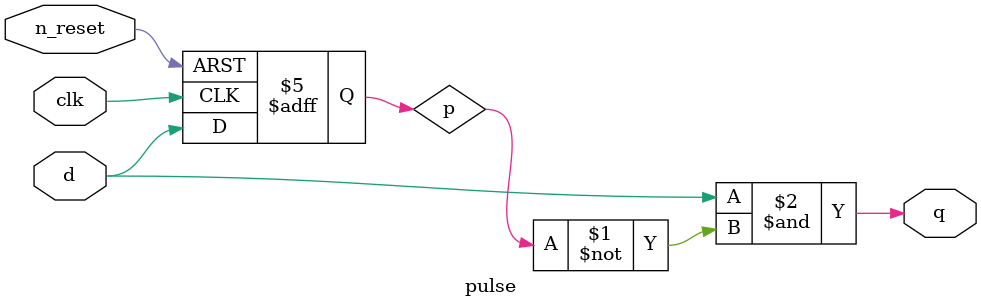
<source format=sv>
module pulse (
	input logic clk, n_reset, d,
	output logic q
);

logic p;
assign q = d & ~p;

always_ff @(posedge clk, negedge n_reset)
	if (~n_reset)
		p <= 1'b0;
	else
		p <= d;

endmodule

</source>
